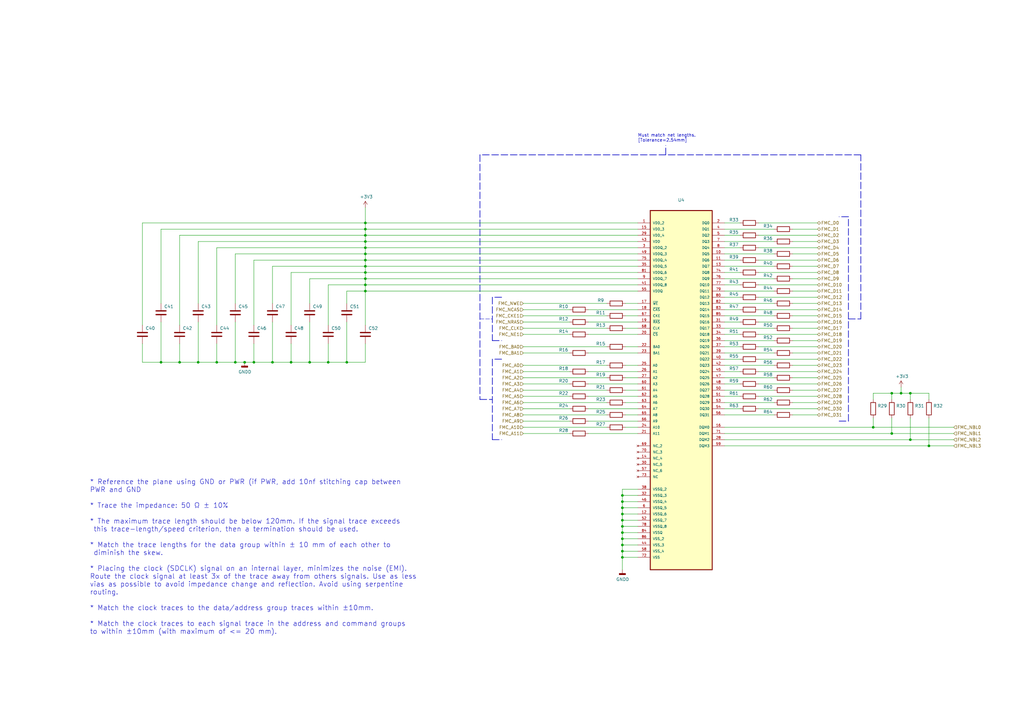
<source format=kicad_sch>
(kicad_sch (version 20211123) (generator eeschema)
  (paper "A3")
  (title_block (title "SDRAM") (date "2022-02-28") (rev "Rev. 1") (company "HardGFX") (comment 1 "Esp. Eng. Sciarrone, Hanes Nahuel") (comment 2 "Magister in embedded systems") (comment 3 "UBA - Facultad de Ingeniería"))
  (junction (at 255.27 205.74))
  (junction (at 255.27 203.2))
  (junction (at 149.86 99.06))
  (junction (at 255.27 213.36))
  (junction (at 255.27 208.28))
  (junction (at 66.04 148.59))
  (junction (at 255.27 223.52))
  (junction (at 255.27 220.98))
  (junction (at 358.14 175.26))
  (junction (at 88.9 148.59))
  (junction (at 255.27 228.6))
  (junction (at 149.86 119.38))
  (junction (at 149.86 114.3))
  (junction (at 127 148.59))
  (junction (at 255.27 215.9))
  (junction (at 365.76 177.8))
  (junction (at 381 182.88))
  (junction (at 149.86 93.98))
  (junction (at 104.14 148.59))
  (junction (at 149.86 101.6))
  (junction (at 373.38 180.34))
  (junction (at 369.57 161.29))
  (junction (at 96.52 148.59))
  (junction (at 149.86 91.44))
  (junction (at 111.76 148.59))
  (junction (at 149.86 111.76))
  (junction (at 119.38 148.59))
  (junction (at 81.28 148.59))
  (junction (at 149.86 116.84))
  (junction (at 365.76 161.29))
  (junction (at 73.66 148.59))
  (junction (at 255.27 210.82))
  (junction (at 100.33 148.59))
  (junction (at 255.27 226.06))
  (junction (at 149.86 104.14))
  (junction (at 373.38 161.29))
  (junction (at 134.62 148.59))
  (junction (at 149.86 96.52))
  (junction (at 149.86 109.22))
  (junction (at 255.27 218.44))
  (junction (at 142.24 148.59))
  (junction (at 149.86 106.68))
  (wire (pts (xy 297.18 165.1) (xy 317.5 165.1)))
  (wire (pts (xy 111.76 148.59) (xy 104.14 148.59)))
  (wire (pts (xy 149.86 85.09) (xy 149.86 91.44)))
  (wire (pts (xy 142.24 119.38) (xy 142.24 124.46)))
  (wire (pts (xy 149.86 93.98) (xy 149.86 91.44)))
  (polyline (pts (xy 205.74 147.32) (xy 201.93 147.32)) (stroke (width 0.254)))
  (polyline (pts (xy 196.85 63.5) (xy 196.85 163.83)) (stroke (width 0.254)))
  (wire (pts (xy 311.15 167.64) (xy 335.28 167.64)))
  (wire (pts (xy 111.76 132.08) (xy 111.76 148.59)))
  (wire (pts (xy 255.27 203.2) (xy 255.27 205.74)))
  (wire (pts (xy 256.54 165.1) (xy 261.62 165.1)))
  (wire (pts (xy 335.28 106.68) (xy 311.15 106.68)))
  (wire (pts (xy 149.86 96.52) (xy 73.66 96.52)))
  (wire (pts (xy 214.63 129.54) (xy 248.92 129.54)))
  (wire (pts (xy 261.62 220.98) (xy 255.27 220.98)))
  (wire (pts (xy 335.28 160.02) (xy 325.12 160.02)))
  (wire (pts (xy 261.62 215.9) (xy 255.27 215.9)))
  (wire (pts (xy 81.28 99.06) (xy 81.28 124.46)))
  (wire (pts (xy 365.76 177.8) (xy 365.76 171.45)))
  (wire (pts (xy 297.18 144.78) (xy 317.5 144.78)))
  (wire (pts (xy 391.16 175.26) (xy 358.14 175.26)))
  (wire (pts (xy 96.52 104.14) (xy 96.52 124.46)))
  (wire (pts (xy 297.18 114.3) (xy 317.5 114.3)))
  (wire (pts (xy 214.63 170.18) (xy 248.92 170.18)))
  (polyline (pts (xy 201.93 180.34) (xy 205.74 180.34)) (stroke (width 0.254)))
  (wire (pts (xy 311.15 162.56) (xy 335.28 162.56)))
  (wire (pts (xy 241.3 132.08) (xy 261.62 132.08)))
  (polyline (pts (xy 347.98 172.72) (xy 347.98 88.9)) (stroke (width 0.254)))
  (wire (pts (xy 255.27 226.06) (xy 255.27 228.6)))
  (wire (pts (xy 391.16 177.8) (xy 365.76 177.8)))
  (wire (pts (xy 248.92 154.94) (xy 214.63 154.94)))
  (wire (pts (xy 297.18 116.84) (xy 303.53 116.84)))
  (wire (pts (xy 261.62 228.6) (xy 255.27 228.6)))
  (polyline (pts (xy 273.05 63.5) (xy 273.05 59.69)) (stroke (width 0.254)))
  (wire (pts (xy 261.62 223.52) (xy 255.27 223.52)))
  (wire (pts (xy 241.3 172.72) (xy 261.62 172.72)))
  (wire (pts (xy 373.38 180.34) (xy 373.38 171.45)))
  (wire (pts (xy 325.12 129.54) (xy 335.28 129.54)))
  (wire (pts (xy 255.27 205.74) (xy 255.27 208.28)))
  (wire (pts (xy 261.62 99.06) (xy 149.86 99.06)))
  (wire (pts (xy 256.54 160.02) (xy 261.62 160.02)))
  (wire (pts (xy 303.53 132.08) (xy 297.18 132.08)))
  (wire (pts (xy 149.86 101.6) (xy 149.86 99.06)))
  (wire (pts (xy 297.18 101.6) (xy 303.53 101.6)))
  (wire (pts (xy 303.53 152.4) (xy 297.18 152.4)))
  (wire (pts (xy 335.28 116.84) (xy 311.15 116.84)))
  (wire (pts (xy 256.54 175.26) (xy 261.62 175.26)))
  (wire (pts (xy 119.38 140.97) (xy 119.38 148.59)))
  (wire (pts (xy 297.18 134.62) (xy 317.5 134.62)))
  (wire (pts (xy 58.42 148.59) (xy 66.04 148.59)))
  (wire (pts (xy 142.24 132.08) (xy 142.24 148.59)))
  (wire (pts (xy 81.28 148.59) (xy 88.9 148.59)))
  (wire (pts (xy 303.53 142.24) (xy 297.18 142.24)))
  (wire (pts (xy 127 148.59) (xy 119.38 148.59)))
  (wire (pts (xy 311.15 91.44) (xy 335.28 91.44)))
  (wire (pts (xy 149.86 114.3) (xy 149.86 111.76)))
  (wire (pts (xy 325.12 109.22) (xy 335.28 109.22)))
  (wire (pts (xy 381 182.88) (xy 381 171.45)))
  (wire (pts (xy 297.18 127) (xy 303.53 127)))
  (wire (pts (xy 335.28 144.78) (xy 325.12 144.78)))
  (wire (pts (xy 214.63 134.62) (xy 248.92 134.62)))
  (wire (pts (xy 335.28 154.94) (xy 325.12 154.94)))
  (wire (pts (xy 311.15 152.4) (xy 335.28 152.4)))
  (wire (pts (xy 119.38 111.76) (xy 119.38 133.35)))
  (wire (pts (xy 297.18 147.32) (xy 303.53 147.32)))
  (wire (pts (xy 149.86 116.84) (xy 149.86 114.3)))
  (wire (pts (xy 149.86 111.76) (xy 149.86 109.22)))
  (wire (pts (xy 73.66 148.59) (xy 81.28 148.59)))
  (wire (pts (xy 214.63 172.72) (xy 233.68 172.72)))
  (wire (pts (xy 391.16 182.88) (xy 381 182.88)))
  (polyline (pts (xy 201.93 139.7) (xy 205.74 139.7)) (stroke (width 0.254)))
  (wire (pts (xy 335.28 137.16) (xy 311.15 137.16)))
  (wire (pts (xy 241.3 144.78) (xy 261.62 144.78)))
  (polyline (pts (xy 347.98 88.9) (xy 344.17 88.9)) (stroke (width 0.254)))
  (wire (pts (xy 297.18 106.68) (xy 303.53 106.68)))
  (wire (pts (xy 373.38 163.83) (xy 373.38 161.29)))
  (wire (pts (xy 373.38 161.29) (xy 369.57 161.29)))
  (wire (pts (xy 149.86 104.14) (xy 149.86 101.6)))
  (wire (pts (xy 96.52 148.59) (xy 100.33 148.59)))
  (wire (pts (xy 149.86 101.6) (xy 88.9 101.6)))
  (wire (pts (xy 241.3 162.56) (xy 261.62 162.56)))
  (wire (pts (xy 297.18 124.46) (xy 317.5 124.46)))
  (wire (pts (xy 325.12 99.06) (xy 335.28 99.06)))
  (wire (pts (xy 335.28 96.52) (xy 311.15 96.52)))
  (wire (pts (xy 104.14 106.68) (xy 104.14 133.35)))
  (wire (pts (xy 297.18 157.48) (xy 303.53 157.48)))
  (wire (pts (xy 127 114.3) (xy 127 124.46)))
  (wire (pts (xy 256.54 134.62) (xy 261.62 134.62)))
  (wire (pts (xy 297.18 175.26) (xy 358.14 175.26)))
  (wire (pts (xy 88.9 101.6) (xy 88.9 133.35)))
  (wire (pts (xy 233.68 127) (xy 214.63 127)))
  (wire (pts (xy 335.28 127) (xy 311.15 127)))
  (wire (pts (xy 149.86 91.44) (xy 58.42 91.44)))
  (wire (pts (xy 325.12 139.7) (xy 335.28 139.7)))
  (wire (pts (xy 149.86 104.14) (xy 96.52 104.14)))
  (wire (pts (xy 149.86 114.3) (xy 127 114.3)))
  (wire (pts (xy 261.62 101.6) (xy 149.86 101.6)))
  (wire (pts (xy 149.86 109.22) (xy 149.86 106.68)))
  (wire (pts (xy 233.68 177.8) (xy 214.63 177.8)))
  (polyline (pts (xy 205.74 121.92) (xy 201.93 121.92)) (stroke (width 0.254)))
  (wire (pts (xy 233.68 144.78) (xy 214.63 144.78)))
  (wire (pts (xy 335.28 147.32) (xy 311.15 147.32)))
  (wire (pts (xy 317.5 149.86) (xy 297.18 149.86)))
  (wire (pts (xy 214.63 124.46) (xy 248.92 124.46)))
  (wire (pts (xy 297.18 182.88) (xy 381 182.88)))
  (wire (pts (xy 255.27 213.36) (xy 255.27 215.9)))
  (wire (pts (xy 261.62 114.3) (xy 149.86 114.3)))
  (wire (pts (xy 381 163.83) (xy 381 161.29)))
  (wire (pts (xy 233.68 137.16) (xy 214.63 137.16)))
  (wire (pts (xy 335.28 134.62) (xy 325.12 134.62)))
  (wire (pts (xy 149.86 106.68) (xy 149.86 104.14)))
  (wire (pts (xy 149.86 148.59) (xy 142.24 148.59)))
  (wire (pts (xy 256.54 124.46) (xy 261.62 124.46)))
  (wire (pts (xy 317.5 93.98) (xy 297.18 93.98)))
  (wire (pts (xy 233.68 167.64) (xy 214.63 167.64)))
  (wire (pts (xy 214.63 142.24) (xy 248.92 142.24)))
  (wire (pts (xy 261.62 167.64) (xy 241.3 167.64)))
  (wire (pts (xy 311.15 132.08) (xy 335.28 132.08)))
  (wire (pts (xy 255.27 218.44) (xy 255.27 220.98)))
  (wire (pts (xy 335.28 165.1) (xy 325.12 165.1)))
  (wire (pts (xy 255.27 200.66) (xy 255.27 203.2)))
  (wire (pts (xy 119.38 148.59) (xy 111.76 148.59)))
  (wire (pts (xy 149.86 96.52) (xy 149.86 93.98)))
  (wire (pts (xy 248.92 165.1) (xy 214.63 165.1)))
  (wire (pts (xy 317.5 139.7) (xy 297.18 139.7)))
  (wire (pts (xy 142.24 148.59) (xy 134.62 148.59)))
  (wire (pts (xy 255.27 215.9) (xy 255.27 218.44)))
  (wire (pts (xy 261.62 93.98) (xy 149.86 93.98)))
  (wire (pts (xy 233.68 157.48) (xy 214.63 157.48)))
  (wire (pts (xy 261.62 208.28) (xy 255.27 208.28)))
  (wire (pts (xy 261.62 96.52) (xy 149.86 96.52)))
  (wire (pts (xy 335.28 124.46) (xy 325.12 124.46)))
  (wire (pts (xy 149.86 116.84) (xy 134.62 116.84)))
  (wire (pts (xy 311.15 101.6) (xy 335.28 101.6)))
  (wire (pts (xy 58.42 140.97) (xy 58.42 148.59)))
  (wire (pts (xy 261.62 200.66) (xy 255.27 200.66)))
  (wire (pts (xy 241.3 137.16) (xy 261.62 137.16)))
  (wire (pts (xy 214.63 152.4) (xy 233.68 152.4)))
  (wire (pts (xy 335.28 104.14) (xy 325.12 104.14)))
  (wire (pts (xy 325.12 149.86) (xy 335.28 149.86)))
  (wire (pts (xy 261.62 157.48) (xy 241.3 157.48)))
  (wire (pts (xy 297.18 104.14) (xy 317.5 104.14)))
  (wire (pts (xy 233.68 132.08) (xy 214.63 132.08)))
  (wire (pts (xy 255.27 220.98) (xy 255.27 223.52)))
  (wire (pts (xy 73.66 96.52) (xy 73.66 133.35)))
  (wire (pts (xy 255.27 228.6) (xy 255.27 233.68)))
  (wire (pts (xy 303.53 111.76) (xy 297.18 111.76)))
  (wire (pts (xy 214.63 149.86) (xy 248.92 149.86)))
  (wire (pts (xy 134.62 148.59) (xy 127 148.59)))
  (wire (pts (xy 66.04 93.98) (xy 66.04 124.46)))
  (wire (pts (xy 303.53 91.44) (xy 297.18 91.44)))
  (wire (pts (xy 255.27 210.82) (xy 255.27 213.36)))
  (wire (pts (xy 149.86 119.38) (xy 142.24 119.38)))
  (wire (pts (xy 325.12 119.38) (xy 335.28 119.38)))
  (wire (pts (xy 149.86 119.38) (xy 149.86 116.84)))
  (wire (pts (xy 134.62 116.84) (xy 134.62 133.35)))
  (wire (pts (xy 149.86 116.84) (xy 261.62 116.84)))
  (wire (pts (xy 369.57 161.29) (xy 369.57 158.75)))
  (wire (pts (xy 149.86 99.06) (xy 81.28 99.06)))
  (wire (pts (xy 104.14 140.97) (xy 104.14 148.59)))
  (wire (pts (xy 58.42 91.44) (xy 58.42 133.35)))
  (wire (pts (xy 241.3 177.8) (xy 261.62 177.8)))
  (wire (pts (xy 335.28 157.48) (xy 311.15 157.48)))
  (polyline (pts (xy 196.85 130.81) (xy 201.93 130.81)))
  (wire (pts (xy 391.16 180.34) (xy 373.38 180.34)))
  (wire (pts (xy 297.18 96.52) (xy 303.53 96.52)))
  (wire (pts (xy 261.62 119.38) (xy 149.86 119.38)))
  (wire (pts (xy 303.53 121.92) (xy 297.18 121.92)))
  (wire (pts (xy 149.86 109.22) (xy 111.76 109.22)))
  (polyline (pts (xy 353.06 130.81) (xy 353.06 63.5)) (stroke (width 0.254)))
  (wire (pts (xy 261.62 91.44) (xy 149.86 91.44)))
  (wire (pts (xy 111.76 109.22) (xy 111.76 124.46)))
  (wire (pts (xy 261.62 213.36) (xy 255.27 213.36)))
  (wire (pts (xy 241.3 127) (xy 261.62 127)))
  (wire (pts (xy 66.04 148.59) (xy 73.66 148.59)))
  (wire (pts (xy 214.63 160.02) (xy 248.92 160.02)))
  (wire (pts (xy 335.28 93.98) (xy 325.12 93.98)))
  (wire (pts (xy 358.14 163.83) (xy 358.14 161.29)))
  (wire (pts (xy 214.63 162.56) (xy 233.68 162.56)))
  (wire (pts (xy 88.9 140.97) (xy 88.9 148.59)))
  (wire (pts (xy 261.62 111.76) (xy 149.86 111.76)))
  (wire (pts (xy 149.86 111.76) (xy 119.38 111.76)))
  (wire (pts (xy 317.5 99.06) (xy 297.18 99.06)))
  (polyline (pts (xy 201.93 147.32) (xy 201.93 180.34)) (stroke (width 0.254)))
  (wire (pts (xy 134.62 140.97) (xy 134.62 148.59)))
  (wire (pts (xy 317.5 129.54) (xy 297.18 129.54)))
  (wire (pts (xy 73.66 140.97) (xy 73.66 148.59)))
  (wire (pts (xy 311.15 121.92) (xy 335.28 121.92)))
  (wire (pts (xy 381 161.29) (xy 373.38 161.29)))
  (wire (pts (xy 261.62 218.44) (xy 255.27 218.44)))
  (wire (pts (xy 256.54 170.18) (xy 261.62 170.18)))
  (wire (pts (xy 149.86 106.68) (xy 104.14 106.68)))
  (wire (pts (xy 365.76 163.83) (xy 365.76 161.29)))
  (wire (pts (xy 255.27 208.28) (xy 255.27 210.82)))
  (wire (pts (xy 241.3 152.4) (xy 261.62 152.4)))
  (polyline (pts (xy 201.93 121.92) (xy 201.93 139.7)) (stroke (width 0.254)))
  (wire (pts (xy 261.62 203.2) (xy 255.27 203.2)))
  (wire (pts (xy 358.14 161.29) (xy 365.76 161.29)))
  (wire (pts (xy 365.76 161.29) (xy 369.57 161.29)))
  (wire (pts (xy 96.52 132.08) (xy 96.52 148.59)))
  (wire (pts (xy 317.5 119.38) (xy 297.18 119.38)))
  (wire (pts (xy 149.86 140.97) (xy 149.86 148.59)))
  (polyline (pts (xy 344.17 172.72) (xy 347.98 172.72)) (stroke (width 0.254)))
  (wire (pts (xy 297.18 177.8) (xy 365.76 177.8)))
  (polyline (pts (xy 353.06 63.5) (xy 196.85 63.5)) (stroke (width 0.254)))
  (wire (pts (xy 261.62 226.06) (xy 255.27 226.06)))
  (wire (pts (xy 149.86 133.35) (xy 149.86 119.38)))
  (wire (pts (xy 311.15 142.24) (xy 335.28 142.24)))
  (wire (pts (xy 261.62 104.14) (xy 149.86 104.14)))
  (wire (pts (xy 303.53 162.56) (xy 297.18 162.56)))
  (wire (pts (xy 317.5 160.02) (xy 297.18 160.02)))
  (wire (pts (xy 317.5 109.22) (xy 297.18 109.22)))
  (wire (pts (xy 297.18 137.16) (xy 303.53 137.16)))
  (wire (pts (xy 256.54 154.94) (xy 261.62 154.94)))
  (wire (pts (xy 297.18 154.94) (xy 317.5 154.94)))
  (polyline (pts (xy 196.85 163.83) (xy 201.93 163.83)) (stroke (width 0.254)))
  (wire (pts (xy 256.54 129.54) (xy 261.62 129.54)))
  (polyline (pts (xy 347.98 130.81) (xy 353.06 130.81)) (stroke (width 0.254)))
  (wire (pts (xy 149.86 93.98) (xy 66.04 93.98)))
  (wire (pts (xy 81.28 132.08) (xy 81.28 148.59)))
  (wire (pts (xy 311.15 111.76) (xy 335.28 111.76)))
  (wire (pts (xy 261.62 210.82) (xy 255.27 210.82)))
  (wire (pts (xy 261.62 205.74) (xy 255.27 205.74)))
  (wire (pts (xy 127 132.08) (xy 127 148.59)))
  (wire (pts (xy 261.62 109.22) (xy 149.86 109.22)))
  (wire (pts (xy 335.28 114.3) (xy 325.12 114.3)))
  (wire (pts (xy 255.27 223.52) (xy 255.27 226.06)))
  (wire (pts (xy 317.5 170.18) (xy 297.18 170.18)))
  (wire (pts (xy 256.54 149.86) (xy 261.62 149.86)))
  (wire (pts (xy 358.14 175.26) (xy 358.14 171.45)))
  (wire (pts (xy 335.28 170.18) (xy 325.12 170.18)))
  (wire (pts (xy 256.54 142.24) (xy 261.62 142.24)))
  (wire (pts (xy 88.9 148.59) (xy 96.52 148.59)))
  (wire (pts (xy 248.92 175.26) (xy 214.63 175.26)))
  (wire (pts (xy 261.62 106.68) (xy 149.86 106.68)))
  (wire (pts (xy 104.14 148.59) (xy 100.33 148.59)))
  (wire (pts (xy 149.86 99.06) (xy 149.86 96.52)))
  (wire (pts (xy 297.18 180.34) (xy 373.38 180.34)))
  (wire (pts (xy 297.18 167.64) (xy 303.53 167.64)))
  (wire (pts (xy 66.04 132.08) (xy 66.04 148.59)))
  (text "Must match net lengths.\n[Tolerance=2.54mm]" (at 261.62 58.42 0) (effects (font (size 1.27 1.27)) (justify left bottom)))
  (text "* Reference the plane using GND or PWR (if PWR, add 10nf stitching cap between \nPWR and GND\n\n* Trace the impedance: 50 Ω ± 10%\n\n* The maximum trace length should be below 120mm. If the signal trace exceeds\n this trace-length/speed criterion, then a termination should be used.\n\n* Match the trace lengths for the data group within ± 10 mm of each other to\n diminish the skew.\n\n* Placing the clock (SDCLK) signal on an internal layer, minimizes the noise (EMI).\nRoute the clock signal at least 3x of the trace away from others signals. Use as less\nvias as possible to avoid impedance change and reflection. Avoid using serpentine\nrouting.\n\n* Match the clock traces to the data/address group traces within ±10mm.\n\n* Match the clock traces to each signal trace in the address and command groups \nto within ±10mm (with maximum of <= 20 mm)." (at 36.83 260.35 0) (effects (font (size 2.0066 2.0066)) (justify left bottom)))
  (hierarchical_label "FMC_D22" (shape bidirectional) (at 335.28 147.32 0))
  (hierarchical_label "FMC_NCAS" (shape input) (at 214.63 127 180))
  (hierarchical_label "FMC_A9" (shape input) (at 214.63 172.72 180))
  (hierarchical_label "FMC_A11" (shape input) (at 214.63 177.8 180))
  (hierarchical_label "FMC_D21" (shape bidirectional) (at 335.28 144.78 0))
  (hierarchical_label "FMC_D26" (shape bidirectional) (at 335.28 157.48 0))
  (hierarchical_label "FMC_A4" (shape input) (at 214.63 160.02 180))
  (hierarchical_label "FMC_D23" (shape bidirectional) (at 335.28 149.86 0))
  (hierarchical_label "FMC_NBL3" (shape input) (at 391.16 182.88 0))
  (hierarchical_label "FMC_D5" (shape bidirectional) (at 335.28 104.14 0))
  (hierarchical_label "FMC_BA1" (shape input) (at 214.63 144.78 180))
  (hierarchical_label "FMC_D18" (shape bidirectional) (at 335.28 137.16 0))
  (hierarchical_label "FMC_D16" (shape bidirectional) (at 335.28 132.08 0))
  (hierarchical_label "FMC_D27" (shape bidirectional) (at 335.28 160.02 0))
  (hierarchical_label "FMC_A1" (shape input) (at 214.63 152.4 180))
  (hierarchical_label "FMC_A3" (shape input) (at 214.63 157.48 180))
  (hierarchical_label "FMC_D25" (shape bidirectional) (at 335.28 154.94 0))
  (hierarchical_label "FMC_NBL0" (shape input) (at 391.16 175.26 0))
  (hierarchical_label "FMC_D7" (shape bidirectional) (at 335.28 109.22 0))
  (hierarchical_label "FMC_D8" (shape bidirectional) (at 335.28 111.76 0))
  (hierarchical_label "FMC_NRAS" (shape input) (at 214.63 132.08 180))
  (hierarchical_label "FMC_NBL2" (shape input) (at 391.16 180.34 0))
  (hierarchical_label "FMC_D13" (shape bidirectional) (at 335.28 124.46 0))
  (hierarchical_label "FMC_D29" (shape bidirectional) (at 335.28 165.1 0))
  (hierarchical_label "FMC_D0" (shape bidirectional) (at 335.28 91.44 0))
  (hierarchical_label "FMC_CKE1" (shape input) (at 214.63 129.54 180))
  (hierarchical_label "FMC_D11" (shape bidirectional) (at 335.28 119.38 0))
  (hierarchical_label "FMC_A2" (shape input) (at 214.63 154.94 180))
  (hierarchical_label "FMC_D14" (shape bidirectional) (at 335.28 127 0))
  (hierarchical_label "FMC_A0" (shape input) (at 214.63 149.86 180))
  (hierarchical_label "FMC_D30" (shape bidirectional) (at 335.28 167.64 0))
  (hierarchical_label "FMC_NBL1" (shape input) (at 391.16 177.8 0))
  (hierarchical_label "FMC_D31" (shape bidirectional) (at 335.28 170.18 0))
  (hierarchical_label "FMC_D17" (shape bidirectional) (at 335.28 134.62 0))
  (hierarchical_label "FMC_NE1" (shape input) (at 214.63 137.16 180))
  (hierarchical_label "FMC_A7" (shape input) (at 214.63 167.64 180))
  (hierarchical_label "FMC_D6" (shape bidirectional) (at 335.28 106.68 0))
  (hierarchical_label "FMC_D4" (shape bidirectional) (at 335.28 101.6 0))
  (hierarchical_label "FMC_D10" (shape bidirectional) (at 335.28 116.84 0))
  (hierarchical_label "FMC_D12" (shape bidirectional) (at 335.28 121.92 0))
  (hierarchical_label "FMC_CLK" (shape input) (at 214.63 134.62 180))
  (hierarchical_label "FMC_D19" (shape bidirectional) (at 335.28 139.7 0))
  (hierarchical_label "FMC_D24" (shape bidirectional) (at 335.28 152.4 0))
  (hierarchical_label "FMC_A5" (shape input) (at 214.63 162.56 180))
  (hierarchical_label "FMC_D9" (shape bidirectional) (at 335.28 114.3 0))
  (hierarchical_label "FMC_A6" (shape input) (at 214.63 165.1 180))
  (hierarchical_label "FMC_NWE" (shape input) (at 214.63 124.46 180))
  (hierarchical_label "FMC_D15" (shape bidirectional) (at 335.28 129.54 0))
  (hierarchical_label "FMC_D1" (shape bidirectional) (at 335.28 93.98 0))
  (hierarchical_label "FMC_BA0" (shape input) (at 214.63 142.24 180))
  (hierarchical_label "FMC_D28" (shape bidirectional) (at 335.28 162.56 0))
  (hierarchical_label "FMC_A8" (shape input) (at 214.63 170.18 180))
  (hierarchical_label "FMC_D3" (shape bidirectional) (at 335.28 99.06 0))
  (hierarchical_label "FMC_D2" (shape bidirectional) (at 335.28 96.52 0))
  (hierarchical_label "FMC_A10" (shape input) (at 214.63 175.26 180))
  (hierarchical_label "FMC_D20" (shape bidirectional) (at 335.28 142.24 0))
  (symbol (lib_id "Device:R") (at 252.73 124.46 270) (unit 1)
    (property "Reference" "R9" (at 246.38 123.19 90))
    (property "Datasheet" "https://www.yageo.com/upload/media/product/productsearch/datasheet/rchip/PYu-RC_Group_51_RoHS_L_11.pdf" (effects hide))
    (property "MANUFACTURER" "YAGEO" (effects hide))
    (property "digikey#" "311-33.0HRCT-ND" (effects hide))
    (property "manf#" "RC0603FR-0733RL" (effects hide))
    (property "mouser#" "603-RC0603FR-0733RL" (effects hide))
  )
  (symbol (lib_id "Device:R") (at 252.73 134.62 270) (unit 1)
    (property "Reference" "R13" (at 246.38 133.35 90))
    (property "Datasheet" "https://www.yageo.com/upload/media/product/productsearch/datasheet/rchip/PYu-RC_Group_51_RoHS_L_11.pdf" (effects hide))
    (property "MANUFACTURER" "YAGEO" (effects hide))
    (property "digikey#" "311-33.0HRCT-ND" (effects hide))
    (property "manf#" "RC0603FR-0733RL" (effects hide))
    (property "mouser#" "603-RC0603FR-0733RL" (effects hide))
  )
  (symbol (lib_id "Device:R") (at 237.49 127 270) (unit 1)
    (property "Reference" "R10" (at 231.14 125.73 90))
    (property "Datasheet" "https://www.yageo.com/upload/media/product/productsearch/datasheet/rchip/PYu-RC_Group_51_RoHS_L_11.pdf" (effects hide))
    (property "MANUFACTURER" "YAGEO" (effects hide))
    (property "digikey#" "311-33.0HRCT-ND" (effects hide))
    (property "manf#" "RC0603FR-0733RL" (effects hide))
    (property "mouser#" "603-RC0603FR-0733RL" (effects hide))
  )
  (symbol (lib_id "Device:R") (at 237.49 137.16 270) (unit 1)
    (property "Reference" "R14" (at 231.14 135.89 90))
    (property "Datasheet" "https://www.yageo.com/upload/media/product/productsearch/datasheet/rchip/PYu-RC_Group_51_RoHS_L_11.pdf" (effects hide))
    (property "MANUFACTURER" "YAGEO" (effects hide))
    (property "digikey#" "311-33.0HRCT-ND" (effects hide))
    (property "manf#" "RC0603FR-0733RL" (effects hide))
    (property "mouser#" "603-RC0603FR-0733RL" (effects hide))
  )
  (symbol (lib_id "Device:R") (at 252.73 129.54 270) (unit 1)
    (property "Reference" "R11" (at 246.38 128.27 90))
    (property "Datasheet" "https://www.yageo.com/upload/media/product/productsearch/datasheet/rchip/PYu-RC_Group_51_RoHS_L_11.pdf" (effects hide))
    (property "MANUFACTURER" "YAGEO" (effects hide))
    (property "digikey#" "311-33.0HRCT-ND" (effects hide))
    (property "manf#" "RC0603FR-0733RL" (effects hide))
    (property "mouser#" "603-RC0603FR-0733RL" (effects hide))
  )
  (symbol (lib_id "power:GNDD") (at 255.27 233.68 0) (unit 1)
    (property "Reference" "#PWR0132" (effects hide))
  )
  (symbol (lib_id "power:GNDD") (at 100.33 148.59 0) (unit 1)
    (property "Reference" "#PWR0133" (effects hide))
  )
  (symbol (lib_id "Device:C") (at 58.42 137.16 0) (unit 1)
    (property "Reference" "C40" (at 59.69 134.62 0) (effects (justify left)))
    (property "Datasheet" "https://www.yageo.com/upload/media/product/productsearch/datasheet/mlcc/UPY-GPHC_X7R_6.3V-to-50V_20.pdf" (effects hide))
    (property "MANUFACTURER" "YAGEO" (effects hide))
    (property "digikey#" "311-1088-1-ND" (effects hide))
    (property "manf#" "CC0603KRX7R7BB104 " (effects hide))
    (property "mouser#" "603-CC603KRX7R7BB104 " (effects hide))
  )
  (symbol (lib_id "Device:C") (at 66.04 128.27 0) (unit 1)
    (property "Reference" "C41" (at 67.31 125.73 0) (effects (justify left)))
    (property "Datasheet" "https://www.yageo.com/upload/media/product/productsearch/datasheet/mlcc/UPY-GPHC_X7R_6.3V-to-50V_20.pdf" (effects hide))
    (property "MANUFACTURER" "YAGEO" (effects hide))
    (property "digikey#" "311-1088-1-ND" (effects hide))
    (property "manf#" "CC0603KRX7R7BB104 " (effects hide))
    (property "mouser#" "603-CC603KRX7R7BB104 " (effects hide))
  )
  (symbol (lib_id "Device:C") (at 73.66 137.16 0) (unit 1)
    (property "Reference" "C42" (at 74.93 134.62 0) (effects (justify left)))
    (property "Datasheet" "https://www.yageo.com/upload/media/product/productsearch/datasheet/mlcc/UPY-GPHC_X7R_6.3V-to-50V_20.pdf" (effects hide))
    (property "MANUFACTURER" "YAGEO" (effects hide))
    (property "digikey#" "311-1088-1-ND" (effects hide))
    (property "manf#" "CC0603KRX7R7BB104 " (effects hide))
    (property "mouser#" "603-CC603KRX7R7BB104 " (effects hide))
  )
  (symbol (lib_id "Device:C") (at 81.28 128.27 0) (unit 1)
    (property "Reference" "C43" (at 82.55 125.73 0) (effects (justify left)))
    (property "Datasheet" "https://www.yageo.com/upload/media/product/productsearch/datasheet/mlcc/UPY-GPHC_X7R_6.3V-to-50V_20.pdf" (effects hide))
    (property "MANUFACTURER" "YAGEO" (effects hide))
    (property "digikey#" "311-1088-1-ND" (effects hide))
    (property "manf#" "CC0603KRX7R7BB104 " (effects hide))
    (property "mouser#" "603-CC603KRX7R7BB104 " (effects hide))
  )
  (symbol (lib_id "Device:C") (at 88.9 137.16 0) (unit 1)
    (property "Reference" "C44" (at 90.17 134.62 0) (effects (justify left)))
    (property "Datasheet" "https://www.yageo.com/upload/media/product/productsearch/datasheet/mlcc/UPY-GPHC_X7R_6.3V-to-50V_20.pdf" (effects hide))
    (property "MANUFACTURER" "YAGEO" (effects hide))
    (property "digikey#" "311-1088-1-ND" (effects hide))
    (property "manf#" "CC0603KRX7R7BB104 " (effects hide))
    (property "mouser#" "603-CC603KRX7R7BB104 " (effects hide))
  )
  (symbol (lib_id "Device:R") (at 237.49 144.78 270) (unit 1)
    (property "Reference" "R16" (at 231.14 143.51 90))
    (property "Datasheet" "https://www.yageo.com/upload/media/product/productsearch/datasheet/rchip/PYu-RC_Group_51_RoHS_L_11.pdf" (effects hide))
    (property "MANUFACTURER" "YAGEO" (effects hide))
    (property "digikey#" "311-33.0HRCT-ND" (effects hide))
    (property "manf#" "RC0603FR-0733RL" (effects hide))
    (property "mouser#" "603-RC0603FR-0733RL" (effects hide))
  )
  (symbol (lib_id "Device:C") (at 96.52 128.27 0) (unit 1)
    (property "Reference" "C45" (at 97.79 125.73 0) (effects (justify left)))
    (property "Datasheet" "https://www.yageo.com/upload/media/product/productsearch/datasheet/mlcc/UPY-GPHC_X7R_6.3V-to-50V_20.pdf" (effects hide))
    (property "MANUFACTURER" "YAGEO" (effects hide))
    (property "digikey#" "311-1088-1-ND" (effects hide))
    (property "manf#" "CC0603KRX7R7BB104 " (effects hide))
    (property "mouser#" "603-CC603KRX7R7BB104 " (effects hide))
  )
  (symbol (lib_id "Device:C") (at 104.14 137.16 0) (unit 1)
    (property "Reference" "C46" (at 105.41 134.62 0) (effects (justify left)))
    (property "Datasheet" "https://www.yageo.com/upload/media/product/productsearch/datasheet/mlcc/UPY-GPHC_X7R_6.3V-to-50V_20.pdf" (effects hide))
    (property "MANUFACTURER" "YAGEO" (effects hide))
    (property "digikey#" "311-1088-1-ND" (effects hide))
    (property "manf#" "CC0603KRX7R7BB104 " (effects hide))
    (property "mouser#" "603-CC603KRX7R7BB104 " (effects hide))
  )
  (symbol (lib_id "Device:R") (at 252.73 142.24 270) (unit 1)
    (property "Reference" "R15" (at 246.38 140.97 90))
    (property "Datasheet" "https://www.yageo.com/upload/media/product/productsearch/datasheet/rchip/PYu-RC_Group_51_RoHS_L_11.pdf" (effects hide))
    (property "MANUFACTURER" "YAGEO" (effects hide))
    (property "digikey#" "311-33.0HRCT-ND" (effects hide))
    (property "manf#" "RC0603FR-0733RL" (effects hide))
    (property "mouser#" "603-RC0603FR-0733RL" (effects hide))
  )
  (symbol (lib_id "Device:C") (at 111.76 128.27 0) (unit 1)
    (property "Reference" "C47" (at 113.03 125.73 0) (effects (justify left)))
    (property "Datasheet" "https://www.yageo.com/upload/media/product/productsearch/datasheet/mlcc/UPY-GPHC_X7R_6.3V-to-50V_20.pdf" (effects hide))
    (property "MANUFACTURER" "YAGEO" (effects hide))
    (property "digikey#" "311-1088-1-ND" (effects hide))
    (property "manf#" "CC0603KRX7R7BB104 " (effects hide))
    (property "mouser#" "603-CC603KRX7R7BB104 " (effects hide))
  )
  (symbol (lib_id "Device:C") (at 119.38 137.16 0) (unit 1)
    (property "Reference" "C48" (at 120.65 134.62 0) (effects (justify left)))
    (property "Datasheet" "https://www.yageo.com/upload/media/product/productsearch/datasheet/mlcc/UPY-GPHC_X7R_6.3V-to-50V_20.pdf" (effects hide))
    (property "MANUFACTURER" "YAGEO" (effects hide))
    (property "digikey#" "311-1088-1-ND" (effects hide))
    (property "manf#" "CC0603KRX7R7BB104 " (effects hide))
    (property "mouser#" "603-CC603KRX7R7BB104 " (effects hide))
  )
  (symbol (lib_id "Device:C") (at 127 128.27 0) (unit 1)
    (property "Reference" "C49" (at 128.27 125.73 0) (effects (justify left)))
    (property "Datasheet" "https://www.yageo.com/upload/media/product/productsearch/datasheet/mlcc/UPY-GPHC_X7R_6.3V-to-50V_20.pdf" (effects hide))
    (property "MANUFACTURER" "YAGEO" (effects hide))
    (property "digikey#" "311-1088-1-ND" (effects hide))
    (property "manf#" "CC0603KRX7R7BB104 " (effects hide))
    (property "mouser#" "603-CC603KRX7R7BB104 " (effects hide))
  )
  (symbol (lib_id "Device:C") (at 134.62 137.16 0) (unit 1)
    (property "Reference" "C50" (at 135.89 134.62 0) (effects (justify left)))
    (property "Datasheet" "https://www.yageo.com/upload/media/product/productsearch/datasheet/mlcc/UPY-GPHC_X7R_6.3V-to-50V_20.pdf" (effects hide))
    (property "MANUFACTURER" "YAGEO" (effects hide))
    (property "digikey#" "311-1088-1-ND" (effects hide))
    (property "manf#" "CC0603KRX7R7BB104 " (effects hide))
    (property "mouser#" "603-CC603KRX7R7BB104 " (effects hide))
  )
  (symbol (lib_id "Device:C") (at 142.24 128.27 0) (unit 1)
    (property "Reference" "C51" (at 143.51 125.73 0) (effects (justify left)))
    (property "Datasheet" "https://www.yageo.com/upload/media/product/productsearch/datasheet/mlcc/UPY-GPHC_X7R_6.3V-to-50V_20.pdf" (effects hide))
    (property "MANUFACTURER" "YAGEO" (effects hide))
    (property "digikey#" "311-1088-1-ND" (effects hide))
    (property "manf#" "CC0603KRX7R7BB104 " (effects hide))
    (property "mouser#" "603-CC603KRX7R7BB104 " (effects hide))
  )
  (symbol (lib_id "Device:R") (at 252.73 149.86 270) (unit 1)
    (property "Reference" "R17" (at 246.38 148.59 90))
    (property "Datasheet" "https://www.yageo.com/upload/media/product/productsearch/datasheet/rchip/PYu-RC_Group_51_RoHS_L_11.pdf" (effects hide))
    (property "MANUFACTURER" "YAGEO" (effects hide))
    (property "digikey#" "311-33.0HRCT-ND" (effects hide))
    (property "manf#" "RC0603FR-0733RL" (effects hide))
    (property "mouser#" "603-RC0603FR-0733RL" (effects hide))
  )
  (symbol (lib_id "Device:R") (at 237.49 152.4 270) (unit 1)
    (property "Reference" "R18" (at 231.14 151.13 90))
    (property "Datasheet" "https://www.yageo.com/upload/media/product/productsearch/datasheet/rchip/PYu-RC_Group_51_RoHS_L_11.pdf" (effects hide))
    (property "MANUFACTURER" "YAGEO" (effects hide))
    (property "digikey#" "311-33.0HRCT-ND" (effects hide))
    (property "manf#" "RC0603FR-0733RL" (effects hide))
    (property "mouser#" "603-RC0603FR-0733RL" (effects hide))
  )
  (symbol (lib_id "Device:R") (at 252.73 154.94 270) (unit 1)
    (property "Reference" "R19" (at 246.38 153.67 90))
    (property "Datasheet" "https://www.yageo.com/upload/media/product/productsearch/datasheet/rchip/PYu-RC_Group_51_RoHS_L_11.pdf" (effects hide))
    (property "MANUFACTURER" "YAGEO" (effects hide))
    (property "digikey#" "311-33.0HRCT-ND" (effects hide))
    (property "manf#" "RC0603FR-0733RL" (effects hide))
    (property "mouser#" "603-RC0603FR-0733RL" (effects hide))
  )
  (symbol (lib_id "Device:R") (at 237.49 157.48 270) (unit 1)
    (property "Reference" "R20" (at 231.14 156.21 90))
    (property "Datasheet" "https://www.yageo.com/upload/media/product/productsearch/datasheet/rchip/PYu-RC_Group_51_RoHS_L_11.pdf" (effects hide))
    (property "MANUFACTURER" "YAGEO" (effects hide))
    (property "digikey#" "311-33.0HRCT-ND" (effects hide))
    (property "manf#" "RC0603FR-0733RL" (effects hide))
    (property "mouser#" "603-RC0603FR-0733RL" (effects hide))
  )
  (symbol (lib_id "Device:R") (at 252.73 160.02 270) (unit 1)
    (property "Reference" "R21" (at 246.38 158.75 90))
    (property "Datasheet" "https://www.yageo.com/upload/media/product/productsearch/datasheet/rchip/PYu-RC_Group_51_RoHS_L_11.pdf" (effects hide))
    (property "MANUFACTURER" "YAGEO" (effects hide))
    (property "digikey#" "311-33.0HRCT-ND" (effects hide))
    (property "manf#" "RC0603FR-0733RL" (effects hide))
    (property "mouser#" "603-RC0603FR-0733RL" (effects hide))
  )
  (symbol (lib_id "Device:R") (at 237.49 162.56 270) (unit 1)
    (property "Reference" "R22" (at 231.14 161.29 90))
    (property "Datasheet" "https://www.yageo.com/upload/media/product/productsearch/datasheet/rchip/PYu-RC_Group_51_RoHS_L_11.pdf" (effects hide))
    (property "MANUFACTURER" "YAGEO" (effects hide))
    (property "digikey#" "311-33.0HRCT-ND" (effects hide))
    (property "manf#" "RC0603FR-0733RL" (effects hide))
    (property "mouser#" "603-RC0603FR-0733RL" (effects hide))
  )
  (symbol (lib_id "Device:R") (at 252.73 165.1 270) (unit 1)
    (property "Reference" "R23" (at 246.38 163.83 90))
    (property "Datasheet" "https://www.yageo.com/upload/media/product/productsearch/datasheet/rchip/PYu-RC_Group_51_RoHS_L_11.pdf" (effects hide))
    (property "MANUFACTURER" "YAGEO" (effects hide))
    (property "digikey#" "311-33.0HRCT-ND" (effects hide))
    (property "manf#" "RC0603FR-0733RL" (effects hide))
    (property "mouser#" "603-RC0603FR-0733RL" (effects hide))
  )
  (symbol (lib_id "Device:R") (at 237.49 167.64 270) (unit 1)
    (property "Reference" "R24" (at 231.14 166.37 90))
    (property "Datasheet" "https://www.yageo.com/upload/media/product/productsearch/datasheet/rchip/PYu-RC_Group_51_RoHS_L_11.pdf" (effects hide))
    (property "MANUFACTURER" "YAGEO" (effects hide))
    (property "digikey#" "311-33.0HRCT-ND" (effects hide))
    (property "manf#" "RC0603FR-0733RL" (effects hide))
    (property "mouser#" "603-RC0603FR-0733RL" (effects hide))
  )
  (symbol (lib_id "Device:R") (at 252.73 170.18 270) (unit 1)
    (property "Reference" "R25" (at 246.38 168.91 90))
    (property "Datasheet" "https://www.yageo.com/upload/media/product/productsearch/datasheet/rchip/PYu-RC_Group_51_RoHS_L_11.pdf" (effects hide))
    (property "MANUFACTURER" "YAGEO" (effects hide))
    (property "digikey#" "311-33.0HRCT-ND" (effects hide))
    (property "manf#" "RC0603FR-0733RL" (effects hide))
    (property "mouser#" "603-RC0603FR-0733RL" (effects hide))
  )
  (symbol (lib_id "Device:R") (at 237.49 172.72 270) (unit 1)
    (property "Reference" "R26" (at 231.14 171.45 90))
    (property "Datasheet" "https://www.yageo.com/upload/media/product/productsearch/datasheet/rchip/PYu-RC_Group_51_RoHS_L_11.pdf" (effects hide))
    (property "MANUFACTURER" "YAGEO" (effects hide))
    (property "digikey#" "311-33.0HRCT-ND" (effects hide))
    (property "manf#" "RC0603FR-0733RL" (effects hide))
    (property "mouser#" "603-RC0603FR-0733RL" (effects hide))
  )
  (symbol (lib_id "Device:R") (at 252.73 175.26 270) (unit 1)
    (property "Reference" "R27" (at 246.38 173.99 90))
    (property "Datasheet" "https://www.yageo.com/upload/media/product/productsearch/datasheet/rchip/PYu-RC_Group_51_RoHS_L_11.pdf" (effects hide))
    (property "MANUFACTURER" "YAGEO" (effects hide))
    (property "digikey#" "311-33.0HRCT-ND" (effects hide))
    (property "manf#" "RC0603FR-0733RL" (effects hide))
    (property "mouser#" "603-RC0603FR-0733RL" (effects hide))
  )
  (symbol (lib_id "Device:R") (at 237.49 177.8 270) (unit 1)
    (property "Reference" "R28" (at 231.14 176.53 90))
    (property "Datasheet" "https://www.yageo.com/upload/media/product/productsearch/datasheet/rchip/PYu-RC_Group_51_RoHS_L_11.pdf" (effects hide))
    (property "MANUFACTURER" "YAGEO" (effects hide))
    (property "digikey#" "311-33.0HRCT-ND" (effects hide))
    (property "manf#" "RC0603FR-0733RL" (effects hide))
    (property "mouser#" "603-RC0603FR-0733RL" (effects hide))
  )
  (symbol (lib_id "Device:C") (at 149.86 137.16 0) (unit 1)
    (property "Reference" "C52" (at 151.13 134.62 0) (effects (justify left)))
    (property "Datasheet" "https://pdf1.alldatasheet.net/datasheet-pdf/view/1194724/MURATA1/GRM219R60J475ME19D.html" (effects hide))
    (property "MANUFACTURER" "Murata Electronics" (effects hide))
    (property "digikey#" "490-GRM219R60J475ME19DTR-ND" (effects hide))
    (property "manf#" "GRM219R60J475ME19D " (effects hide))
    (property "mouser#" "81-GRM219R60J475ME9D" (effects hide))
  )
  (symbol (lib_id "power:+3V3") (at 149.86 85.09 0) (unit 1)
    (property "Reference" "#PWR0134" (effects hide))
  )
  (symbol (lib_id "Device:R") (at 237.49 132.08 270) (unit 1)
    (property "Reference" "R12" (at 231.14 130.81 90))
    (property "Datasheet" "https://www.yageo.com/upload/media/product/productsearch/datasheet/rchip/PYu-RC_Group_51_RoHS_L_11.pdf" (effects hide))
    (property "MANUFACTURER" "YAGEO" (effects hide))
    (property "digikey#" "311-33.0HRCT-ND" (effects hide))
    (property "manf#" "RC0603FR-0733RL" (effects hide))
    (property "mouser#" "603-RC0603FR-0733RL" (effects hide))
  )
  (symbol (lib_id "Device:R") (at 358.14 167.64 0) (unit 1)
    (property "Reference" "R29" (at 359.918 166.4716 0) (effects (justify left)))
    (property "Datasheet" "https://www.yageo.com/upload/media/product/productsearch/datasheet/rchip/PYu-RC_Group_51_RoHS_L_11.pdf" (effects hide))
    (property "MANUFACTURER" "YAGEO" (effects hide))
    (property "digikey#" "311-10.0KHRCT-ND" (effects hide))
    (property "manf#" "RC0603FR-0710KL" (effects hide))
    (property "mouser#" "603-RC0603FR-0710KL" (effects hide))
  )
  (symbol (lib_id "Device:R") (at 365.76 167.64 0) (unit 1)
    (property "Reference" "R30" (at 367.538 166.4716 0) (effects (justify left)))
    (property "Datasheet" "https://www.yageo.com/upload/media/product/productsearch/datasheet/rchip/PYu-RC_Group_51_RoHS_L_11.pdf" (effects hide))
    (property "MANUFACTURER" "YAGEO" (effects hide))
    (property "digikey#" "311-10.0KHRCT-ND" (effects hide))
    (property "manf#" "RC0603FR-0710KL" (effects hide))
    (property "mouser#" "603-RC0603FR-0710KL" (effects hide))
  )
  (symbol (lib_id "Device:R") (at 373.38 167.64 0) (unit 1)
    (property "Reference" "R31" (at 375.158 166.4716 0) (effects (justify left)))
    (property "Datasheet" "https://www.yageo.com/upload/media/product/productsearch/datasheet/rchip/PYu-RC_Group_51_RoHS_L_11.pdf" (effects hide))
    (property "MANUFACTURER" "YAGEO" (effects hide))
    (property "digikey#" "311-10.0KHRCT-ND" (effects hide))
    (property "manf#" "RC0603FR-0710KL" (effects hide))
    (property "mouser#" "603-RC0603FR-0710KL" (effects hide))
  )
  (symbol (lib_id "Device:R") (at 381 167.64 0) (unit 1)
    (property "Reference" "R32" (at 382.778 166.4716 0) (effects (justify left)))
    (property "Datasheet" "https://www.yageo.com/upload/media/product/productsearch/datasheet/rchip/PYu-RC_Group_51_RoHS_L_11.pdf" (effects hide))
    (property "MANUFACTURER" "YAGEO" (effects hide))
    (property "digikey#" "311-10.0KHRCT-ND" (effects hide))
    (property "manf#" "RC0603FR-0710KL" (effects hide))
    (property "mouser#" "603-RC0603FR-0710KL" (effects hide))
  )
  (symbol (lib_id "power:+3V3") (at 369.57 158.75 0) (unit 1)
    (property "Reference" "#PWR0135" (effects hide))
  )
  (symbol (lib_id "Device:R") (at 321.31 170.18 270) (unit 1)
    (property "Reference" "R64" (at 314.96 168.91 90))
    (property "Datasheet" "https://www.yageo.com/upload/media/product/productsearch/datasheet/rchip/PYu-RC_Group_51_RoHS_L_11.pdf" (effects hide))
    (property "MANUFACTURER" "YAGEO" (effects hide))
    (property "digikey#" "311-33.0HRCT-ND" (effects hide))
    (property "manf#" "RC0603FR-0733RL" (effects hide))
    (property "mouser#" "603-RC0603FR-0733RL" (effects hide))
  )
  (symbol (lib_id "Device:R") (at 307.34 167.64 270) (unit 1)
    (property "Reference" "R63" (at 300.99 166.37 90))
    (property "Datasheet" "https://www.yageo.com/upload/media/product/productsearch/datasheet/rchip/PYu-RC_Group_51_RoHS_L_11.pdf" (effects hide))
    (property "MANUFACTURER" "YAGEO" (effects hide))
    (property "digikey#" "311-33.0HRCT-ND" (effects hide))
    (property "manf#" "RC0603FR-0733RL" (effects hide))
    (property "mouser#" "603-RC0603FR-0733RL" (effects hide))
  )
  (symbol (lib_id "Device:R") (at 321.31 165.1 270) (unit 1)
    (property "Reference" "R62" (at 314.96 163.83 90))
    (property "Datasheet" "https://www.yageo.com/upload/media/product/productsearch/datasheet/rchip/PYu-RC_Group_51_RoHS_L_11.pdf" (effects hide))
    (property "MANUFACTURER" "YAGEO" (effects hide))
    (property "digikey#" "311-33.0HRCT-ND" (effects hide))
    (property "manf#" "RC0603FR-0733RL" (effects hide))
    (property "mouser#" "603-RC0603FR-0733RL" (effects hide))
  )
  (symbol (lib_id "Device:R") (at 307.34 162.56 270) (unit 1)
    (property "Reference" "R61" (at 300.99 161.29 90))
    (property "Datasheet" "https://www.yageo.com/upload/media/product/productsearch/datasheet/rchip/PYu-RC_Group_51_RoHS_L_11.pdf" (effects hide))
    (property "MANUFACTURER" "YAGEO" (effects hide))
    (property "digikey#" "311-33.0HRCT-ND" (effects hide))
    (property "manf#" "RC0603FR-0733RL" (effects hide))
    (property "mouser#" "603-RC0603FR-0733RL" (effects hide))
  )
  (symbol (lib_id "Device:R") (at 321.31 160.02 270) (unit 1)
    (property "Reference" "R60" (at 314.96 158.75 90))
    (property "Datasheet" "https://www.yageo.com/upload/media/product/productsearch/datasheet/rchip/PYu-RC_Group_51_RoHS_L_11.pdf" (effects hide))
    (property "MANUFACTURER" "YAGEO" (effects hide))
    (property "digikey#" "311-33.0HRCT-ND" (effects hide))
    (property "manf#" "RC0603FR-0733RL" (effects hide))
    (property "mouser#" "603-RC0603FR-0733RL" (effects hide))
  )
  (symbol (lib_id "Device:R") (at 307.34 157.48 270) (unit 1)
    (property "Reference" "R59" (at 300.99 156.21 90))
    (property "Datasheet" "https://www.yageo.com/upload/media/product/productsearch/datasheet/rchip/PYu-RC_Group_51_RoHS_L_11.pdf" (effects hide))
    (property "MANUFACTURER" "YAGEO" (effects hide))
    (property "digikey#" "311-33.0HRCT-ND" (effects hide))
    (property "manf#" "RC0603FR-0733RL" (effects hide))
    (property "mouser#" "603-RC0603FR-0733RL" (effects hide))
  )
  (symbol (lib_id "Device:R") (at 321.31 154.94 270) (unit 1)
    (property "Reference" "R58" (at 314.96 153.67 90))
    (property "Datasheet" "https://www.yageo.com/upload/media/product/productsearch/datasheet/rchip/PYu-RC_Group_51_RoHS_L_11.pdf" (effects hide))
    (property "MANUFACTURER" "YAGEO" (effects hide))
    (property "digikey#" "311-33.0HRCT-ND" (effects hide))
    (property "manf#" "RC0603FR-0733RL" (effects hide))
    (property "mouser#" "603-RC0603FR-0733RL" (effects hide))
  )
  (symbol (lib_id "Device:R") (at 307.34 152.4 270) (unit 1)
    (property "Reference" "R57" (at 300.99 151.13 90))
    (property "Datasheet" "https://www.yageo.com/upload/media/product/productsearch/datasheet/rchip/PYu-RC_Group_51_RoHS_L_11.pdf" (effects hide))
    (property "MANUFACTURER" "YAGEO" (effects hide))
    (property "digikey#" "311-33.0HRCT-ND" (effects hide))
    (property "manf#" "RC0603FR-0733RL" (effects hide))
    (property "mouser#" "603-RC0603FR-0733RL" (effects hide))
  )
  (symbol (lib_id "Device:R") (at 321.31 149.86 270) (unit 1)
    (property "Reference" "R56" (at 314.96 148.59 90))
    (property "Datasheet" "https://www.yageo.com/upload/media/product/productsearch/datasheet/rchip/PYu-RC_Group_51_RoHS_L_11.pdf" (effects hide))
    (property "MANUFACTURER" "YAGEO" (effects hide))
    (property "digikey#" "311-33.0HRCT-ND" (effects hide))
    (property "manf#" "RC0603FR-0733RL" (effects hide))
    (property "mouser#" "603-RC0603FR-0733RL" (effects hide))
  )
  (symbol (lib_id "Device:R") (at 307.34 147.32 270) (unit 1)
    (property "Reference" "R55" (at 300.99 146.05 90))
    (property "Datasheet" "https://www.yageo.com/upload/media/product/productsearch/datasheet/rchip/PYu-RC_Group_51_RoHS_L_11.pdf" (effects hide))
    (property "MANUFACTURER" "YAGEO" (effects hide))
    (property "digikey#" "311-33.0HRCT-ND" (effects hide))
    (property "manf#" "RC0603FR-0733RL" (effects hide))
    (property "mouser#" "603-RC0603FR-0733RL" (effects hide))
  )
  (symbol (lib_id "Device:R") (at 321.31 144.78 270) (unit 1)
    (property "Reference" "R54" (at 314.96 143.51 90))
    (property "Datasheet" "https://www.yageo.com/upload/media/product/productsearch/datasheet/rchip/PYu-RC_Group_51_RoHS_L_11.pdf" (effects hide))
    (property "MANUFACTURER" "YAGEO" (effects hide))
    (property "digikey#" "311-33.0HRCT-ND" (effects hide))
    (property "manf#" "RC0603FR-0733RL" (effects hide))
    (property "mouser#" "603-RC0603FR-0733RL" (effects hide))
  )
  (symbol (lib_id "Device:R") (at 307.34 142.24 270) (unit 1)
    (property "Reference" "R53" (at 300.99 140.97 90))
    (property "Datasheet" "https://www.yageo.com/upload/media/product/productsearch/datasheet/rchip/PYu-RC_Group_51_RoHS_L_11.pdf" (effects hide))
    (property "MANUFACTURER" "YAGEO" (effects hide))
    (property "digikey#" "311-33.0HRCT-ND" (effects hide))
    (property "manf#" "RC0603FR-0733RL" (effects hide))
    (property "mouser#" "603-RC0603FR-0733RL" (effects hide))
  )
  (symbol (lib_id "Device:R") (at 321.31 139.7 270) (unit 1)
    (property "Reference" "R52" (at 314.96 138.43 90))
    (property "Datasheet" "https://www.yageo.com/upload/media/product/productsearch/datasheet/rchip/PYu-RC_Group_51_RoHS_L_11.pdf" (effects hide))
    (property "MANUFACTURER" "YAGEO" (effects hide))
    (property "digikey#" "311-33.0HRCT-ND" (effects hide))
    (property "manf#" "RC0603FR-0733RL" (effects hide))
    (property "mouser#" "603-RC0603FR-0733RL" (effects hide))
  )
  (symbol (lib_id "Device:R") (at 307.34 137.16 270) (unit 1)
    (property "Reference" "R51" (at 300.99 135.89 90))
    (property "Datasheet" "https://www.yageo.com/upload/media/product/productsearch/datasheet/rchip/PYu-RC_Group_51_RoHS_L_11.pdf" (effects hide))
    (property "MANUFACTURER" "YAGEO" (effects hide))
    (property "digikey#" "311-33.0HRCT-ND" (effects hide))
    (property "manf#" "RC0603FR-0733RL" (effects hide))
    (property "mouser#" "603-RC0603FR-0733RL" (effects hide))
  )
  (symbol (lib_id "Device:R") (at 321.31 134.62 270) (unit 1)
    (property "Reference" "R50" (at 314.96 133.35 90))
    (property "Datasheet" "https://www.yageo.com/upload/media/product/productsearch/datasheet/rchip/PYu-RC_Group_51_RoHS_L_11.pdf" (effects hide))
    (property "MANUFACTURER" "YAGEO" (effects hide))
    (property "digikey#" "311-33.0HRCT-ND" (effects hide))
    (property "manf#" "RC0603FR-0733RL" (effects hide))
    (property "mouser#" "603-RC0603FR-0733RL" (effects hide))
  )
  (symbol (lib_id "Device:R") (at 307.34 132.08 270) (unit 1)
    (property "Reference" "R49" (at 300.99 130.81 90))
    (property "Datasheet" "https://www.yageo.com/upload/media/product/productsearch/datasheet/rchip/PYu-RC_Group_51_RoHS_L_11.pdf" (effects hide))
    (property "MANUFACTURER" "YAGEO" (effects hide))
    (property "digikey#" "311-33.0HRCT-ND" (effects hide))
    (property "manf#" "RC0603FR-0733RL" (effects hide))
    (property "mouser#" "603-RC0603FR-0733RL" (effects hide))
  )
  (symbol (lib_id "Device:R") (at 321.31 129.54 270) (unit 1)
    (property "Reference" "R48" (at 314.96 128.27 90))
    (property "Datasheet" "https://www.yageo.com/upload/media/product/productsearch/datasheet/rchip/PYu-RC_Group_51_RoHS_L_11.pdf" (effects hide))
    (property "MANUFACTURER" "YAGEO" (effects hide))
    (property "digikey#" "311-33.0HRCT-ND" (effects hide))
    (property "manf#" "RC0603FR-0733RL" (effects hide))
    (property "mouser#" "603-RC0603FR-0733RL" (effects hide))
  )
  (symbol (lib_id "Device:R") (at 307.34 127 270) (unit 1)
    (property "Reference" "R47" (at 300.99 125.73 90))
    (property "Datasheet" "https://www.yageo.com/upload/media/product/productsearch/datasheet/rchip/PYu-RC_Group_51_RoHS_L_11.pdf" (effects hide))
    (property "MANUFACTURER" "YAGEO" (effects hide))
    (property "digikey#" "311-33.0HRCT-ND" (effects hide))
    (property "manf#" "RC0603FR-0733RL" (effects hide))
    (property "mouser#" "603-RC0603FR-0733RL" (effects hide))
  )
  (symbol (lib_id "Device:R") (at 321.31 124.46 270) (unit 1)
    (property "Reference" "R46" (at 314.96 123.19 90))
    (property "Datasheet" "https://www.yageo.com/upload/media/product/productsearch/datasheet/rchip/PYu-RC_Group_51_RoHS_L_11.pdf" (effects hide))
    (property "MANUFACTURER" "YAGEO" (effects hide))
    (property "digikey#" "311-33.0HRCT-ND" (effects hide))
    (property "manf#" "RC0603FR-0733RL" (effects hide))
    (property "mouser#" "603-RC0603FR-0733RL" (effects hide))
  )
  (symbol (lib_id "Device:R") (at 307.34 121.92 270) (unit 1)
    (property "Reference" "R45" (at 300.99 120.65 90))
    (property "Datasheet" "https://www.yageo.com/upload/media/product/productsearch/datasheet/rchip/PYu-RC_Group_51_RoHS_L_11.pdf" (effects hide))
    (property "MANUFACTURER" "YAGEO" (effects hide))
    (property "digikey#" "311-33.0HRCT-ND" (effects hide))
    (property "manf#" "RC0603FR-0733RL" (effects hide))
    (property "mouser#" "603-RC0603FR-0733RL" (effects hide))
  )
  (symbol (lib_id "Device:R") (at 321.31 119.38 270) (unit 1)
    (property "Reference" "R44" (at 314.96 118.11 90))
    (property "Datasheet" "https://www.yageo.com/upload/media/product/productsearch/datasheet/rchip/PYu-RC_Group_51_RoHS_L_11.pdf" (effects hide))
    (property "MANUFACTURER" "YAGEO" (effects hide))
    (property "digikey#" "311-33.0HRCT-ND" (effects hide))
    (property "manf#" "RC0603FR-0733RL" (effects hide))
    (property "mouser#" "603-RC0603FR-0733RL" (effects hide))
  )
  (symbol (lib_id "Device:R") (at 307.34 116.84 270) (unit 1)
    (property "Reference" "R43" (at 300.99 115.57 90))
    (property "Datasheet" "https://www.yageo.com/upload/media/product/productsearch/datasheet/rchip/PYu-RC_Group_51_RoHS_L_11.pdf" (effects hide))
    (property "MANUFACTURER" "YAGEO" (effects hide))
    (property "digikey#" "311-33.0HRCT-ND" (effects hide))
    (property "manf#" "RC0603FR-0733RL" (effects hide))
    (property "mouser#" "603-RC0603FR-0733RL" (effects hide))
  )
  (symbol (lib_id "Device:R") (at 321.31 114.3 270) (unit 1)
    (property "Reference" "R42" (at 314.96 113.03 90))
    (property "Datasheet" "https://www.yageo.com/upload/media/product/productsearch/datasheet/rchip/PYu-RC_Group_51_RoHS_L_11.pdf" (effects hide))
    (property "MANUFACTURER" "YAGEO" (effects hide))
    (property "digikey#" "311-33.0HRCT-ND" (effects hide))
    (property "manf#" "RC0603FR-0733RL" (effects hide))
    (property "mouser#" "603-RC0603FR-0733RL" (effects hide))
  )
  (symbol (lib_id "Device:R") (at 307.34 111.76 270) (unit 1)
    (property "Reference" "R41" (at 300.99 110.49 90))
    (property "Datasheet" "https://www.yageo.com/upload/media/product/productsearch/datasheet/rchip/PYu-RC_Group_51_RoHS_L_11.pdf" (effects hide))
    (property "MANUFACTURER" "YAGEO" (effects hide))
    (property "digikey#" "311-33.0HRCT-ND" (effects hide))
    (property "manf#" "RC0603FR-0733RL" (effects hide))
    (property "mouser#" "603-RC0603FR-0733RL" (effects hide))
  )
  (symbol (lib_id "Device:R") (at 321.31 109.22 270) (unit 1)
    (property "Reference" "R40" (at 314.96 107.95 90))
    (property "Datasheet" "https://www.yageo.com/upload/media/product/productsearch/datasheet/rchip/PYu-RC_Group_51_RoHS_L_11.pdf" (effects hide))
    (property "MANUFACTURER" "YAGEO" (effects hide))
    (property "digikey#" "311-33.0HRCT-ND" (effects hide))
    (property "manf#" "RC0603FR-0733RL" (effects hide))
    (property "mouser#" "603-RC0603FR-0733RL" (effects hide))
  )
  (symbol (lib_id "Device:R") (at 307.34 106.68 270) (unit 1)
    (property "Reference" "R39" (at 300.99 105.41 90))
    (property "Datasheet" "https://www.yageo.com/upload/media/product/productsearch/datasheet/rchip/PYu-RC_Group_51_RoHS_L_11.pdf" (effects hide))
    (property "MANUFACTURER" "YAGEO" (effects hide))
    (property "digikey#" "311-33.0HRCT-ND" (effects hide))
    (property "manf#" "RC0603FR-0733RL" (effects hide))
    (property "mouser#" "603-RC0603FR-0733RL" (effects hide))
  )
  (symbol (lib_id "Device:R") (at 321.31 104.14 270) (unit 1)
    (property "Reference" "R38" (at 314.96 102.87 90))
    (property "Datasheet" "https://www.yageo.com/upload/media/product/productsearch/datasheet/rchip/PYu-RC_Group_51_RoHS_L_11.pdf" (effects hide))
    (property "MANUFACTURER" "YAGEO" (effects hide))
    (property "digikey#" "311-33.0HRCT-ND" (effects hide))
    (property "manf#" "RC0603FR-0733RL" (effects hide))
    (property "mouser#" "603-RC0603FR-0733RL" (effects hide))
  )
  (symbol (lib_id "Device:R") (at 307.34 101.6 270) (unit 1)
    (property "Reference" "R37" (at 300.99 100.33 90))
    (property "Datasheet" "https://www.yageo.com/upload/media/product/productsearch/datasheet/rchip/PYu-RC_Group_51_RoHS_L_11.pdf" (effects hide))
    (property "MANUFACTURER" "YAGEO" (effects hide))
    (property "digikey#" "311-33.0HRCT-ND" (effects hide))
    (property "manf#" "RC0603FR-0733RL" (effects hide))
    (property "mouser#" "603-RC0603FR-0733RL" (effects hide))
  )
  (symbol (lib_id "Device:R") (at 321.31 99.06 270) (unit 1)
    (property "Reference" "R36" (at 314.96 97.79 90))
    (property "Datasheet" "https://www.yageo.com/upload/media/product/productsearch/datasheet/rchip/PYu-RC_Group_51_RoHS_L_11.pdf" (effects hide))
    (property "MANUFACTURER" "YAGEO" (effects hide))
    (property "digikey#" "311-33.0HRCT-ND" (effects hide))
    (property "manf#" "RC0603FR-0733RL" (effects hide))
    (property "mouser#" "603-RC0603FR-0733RL" (effects hide))
  )
  (symbol (lib_id "Device:R") (at 307.34 96.52 270) (unit 1)
    (property "Reference" "R35" (at 300.99 95.25 90))
    (property "Datasheet" "https://www.yageo.com/upload/media/product/productsearch/datasheet/rchip/PYu-RC_Group_51_RoHS_L_11.pdf" (effects hide))
    (property "MANUFACTURER" "YAGEO" (effects hide))
    (property "digikey#" "311-33.0HRCT-ND" (effects hide))
    (property "manf#" "RC0603FR-0733RL" (effects hide))
    (property "mouser#" "603-RC0603FR-0733RL" (effects hide))
  )
  (symbol (lib_id "Device:R") (at 321.31 93.98 270) (unit 1)
    (property "Reference" "R34" (at 314.96 92.71 90))
    (property "Datasheet" "https://www.yageo.com/upload/media/product/productsearch/datasheet/rchip/PYu-RC_Group_51_RoHS_L_11.pdf" (effects hide))
    (property "MANUFACTURER" "YAGEO" (effects hide))
    (property "digikey#" "311-33.0HRCT-ND" (effects hide))
    (property "manf#" "RC0603FR-0733RL" (effects hide))
    (property "mouser#" "603-RC0603FR-0733RL" (effects hide))
  )
  (symbol (lib_id "Device:R") (at 307.34 91.44 270) (unit 1)
    (property "Reference" "R33" (at 300.99 90.17 90))
    (property "Datasheet" "https://www.yageo.com/upload/media/product/productsearch/datasheet/rchip/PYu-RC_Group_51_RoHS_L_11.pdf" (effects hide))
    (property "MANUFACTURER" "YAGEO" (effects hide))
    (property "digikey#" "311-33.0HRCT-ND" (effects hide))
    (property "manf#" "RC0603FR-0733RL" (effects hide))
    (property "mouser#" "603-RC0603FR-0733RL" (effects hide))
  )
  (symbol (lib_id "IS42S32800J-6TLI:IS42S32800J-6TLI") (at 279.4 157.48 0) (unit 1)
    (property "Reference" "U4" (at 279.4 82.042 0))
    (property "Datasheet" "https://www.issi.com/WW/pdf/42-45S32800J.pdf" (effects hide))
    (property "digikey#" "IS42S32800J-6TLI-ND" (effects hide))
    (property "manf#" "IS42S32800J-6TLI" (effects hide))
    (property "mouser#" "870-42S32800J6TLI" (effects hide))
  )
)
</source>
